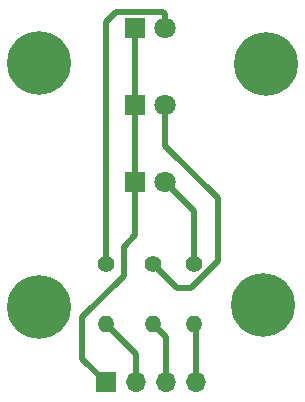
<source format=gbr>
%TF.GenerationSoftware,KiCad,Pcbnew,(5.1.6)-1*%
%TF.CreationDate,2020-07-24T15:46:23+02:00*%
%TF.ProjectId,Traffic_light_for_arduino,54726166-6669-4635-9f6c-696768745f66,rev?*%
%TF.SameCoordinates,Original*%
%TF.FileFunction,Copper,L1,Top*%
%TF.FilePolarity,Positive*%
%FSLAX46Y46*%
G04 Gerber Fmt 4.6, Leading zero omitted, Abs format (unit mm)*
G04 Created by KiCad (PCBNEW (5.1.6)-1) date 2020-07-24 15:46:23*
%MOMM*%
%LPD*%
G01*
G04 APERTURE LIST*
%TA.AperFunction,ComponentPad*%
%ADD10C,5.400000*%
%TD*%
%TA.AperFunction,ComponentPad*%
%ADD11O,1.700000X1.700000*%
%TD*%
%TA.AperFunction,ComponentPad*%
%ADD12R,1.700000X1.700000*%
%TD*%
%TA.AperFunction,ComponentPad*%
%ADD13O,1.400000X1.400000*%
%TD*%
%TA.AperFunction,ComponentPad*%
%ADD14C,1.400000*%
%TD*%
%TA.AperFunction,ComponentPad*%
%ADD15C,1.800000*%
%TD*%
%TA.AperFunction,ComponentPad*%
%ADD16R,1.800000X1.800000*%
%TD*%
%TA.AperFunction,Conductor*%
%ADD17C,0.500000*%
%TD*%
G04 APERTURE END LIST*
D10*
%TO.P,H4,1*%
%TO.N,N/C*%
X147575000Y-79025000D03*
%TD*%
%TO.P,H3,1*%
%TO.N,N/C*%
X128350000Y-78925000D03*
%TD*%
%TO.P,H2,1*%
%TO.N,N/C*%
X147275000Y-99450000D03*
%TD*%
%TO.P,H1,1*%
%TO.N,N/C*%
X128350000Y-99650000D03*
%TD*%
D11*
%TO.P,J1,4*%
%TO.N,Net-(J1-Pad4)*%
X141620000Y-106000000D03*
%TO.P,J1,3*%
%TO.N,Net-(J1-Pad3)*%
X139080000Y-106000000D03*
%TO.P,J1,2*%
%TO.N,Net-(J1-Pad2)*%
X136540000Y-106000000D03*
D12*
%TO.P,J1,1*%
%TO.N,Net-(D1-Pad1)*%
X134000000Y-106000000D03*
%TD*%
D13*
%TO.P,R3,2*%
%TO.N,Net-(J1-Pad4)*%
X141500000Y-101080000D03*
D14*
%TO.P,R3,1*%
%TO.N,Net-(D3-Pad2)*%
X141500000Y-96000000D03*
%TD*%
D13*
%TO.P,R2,2*%
%TO.N,Net-(J1-Pad3)*%
X138000000Y-101080000D03*
D14*
%TO.P,R2,1*%
%TO.N,Net-(D2-Pad2)*%
X138000000Y-96000000D03*
%TD*%
D13*
%TO.P,R1,2*%
%TO.N,Net-(J1-Pad2)*%
X134000000Y-101080000D03*
D14*
%TO.P,R1,1*%
%TO.N,Net-(D1-Pad2)*%
X134000000Y-96000000D03*
%TD*%
D15*
%TO.P,D3,2*%
%TO.N,Net-(D3-Pad2)*%
X139040000Y-89000000D03*
D16*
%TO.P,D3,1*%
%TO.N,Net-(D1-Pad1)*%
X136500000Y-89000000D03*
%TD*%
D15*
%TO.P,D2,2*%
%TO.N,Net-(D2-Pad2)*%
X139040000Y-82500000D03*
D16*
%TO.P,D2,1*%
%TO.N,Net-(D1-Pad1)*%
X136500000Y-82500000D03*
%TD*%
D15*
%TO.P,D1,2*%
%TO.N,Net-(D1-Pad2)*%
X139040000Y-76000000D03*
D16*
%TO.P,D1,1*%
%TO.N,Net-(D1-Pad1)*%
X136500000Y-76000000D03*
%TD*%
D17*
%TO.N,Net-(D1-Pad2)*%
X134000000Y-96000000D02*
X134000000Y-75500000D01*
X134850001Y-74649999D02*
X138850001Y-74649999D01*
X134000000Y-75500000D02*
X134850001Y-74649999D01*
X139040000Y-74839998D02*
X139040000Y-76000000D01*
X138850001Y-74649999D02*
X139040000Y-74839998D01*
%TO.N,Net-(D1-Pad1)*%
X136500000Y-76000000D02*
X136500000Y-82500000D01*
X136500000Y-82500000D02*
X136500000Y-89000000D01*
X136500000Y-89000000D02*
X136500000Y-93500000D01*
X136500000Y-93500000D02*
X135500000Y-94500000D01*
X135500000Y-94500000D02*
X135500000Y-97000000D01*
X135500000Y-97000000D02*
X132000000Y-100500000D01*
X132000000Y-104000000D02*
X134000000Y-106000000D01*
X132000000Y-100500000D02*
X132000000Y-104000000D01*
%TO.N,Net-(D2-Pad2)*%
X139040000Y-82500000D02*
X139040000Y-85960000D01*
X139040000Y-85960000D02*
X143500000Y-90420000D01*
X143500000Y-95702002D02*
X141202002Y-98000000D01*
X143500000Y-90420000D02*
X143500000Y-95702002D01*
X140000000Y-98000000D02*
X138000000Y-96000000D01*
X141202002Y-98000000D02*
X140000000Y-98000000D01*
%TO.N,Net-(D3-Pad2)*%
X141500000Y-91460000D02*
X139040000Y-89000000D01*
X141500000Y-96000000D02*
X141500000Y-91460000D01*
%TO.N,Net-(J1-Pad4)*%
X141620000Y-101200000D02*
X141500000Y-101080000D01*
X141620000Y-106000000D02*
X141620000Y-101200000D01*
%TO.N,Net-(J1-Pad3)*%
X139080000Y-102160000D02*
X138000000Y-101080000D01*
X139080000Y-106000000D02*
X139080000Y-102160000D01*
%TO.N,Net-(J1-Pad2)*%
X136540000Y-103620000D02*
X134000000Y-101080000D01*
X136540000Y-106000000D02*
X136540000Y-103620000D01*
%TD*%
M02*

</source>
